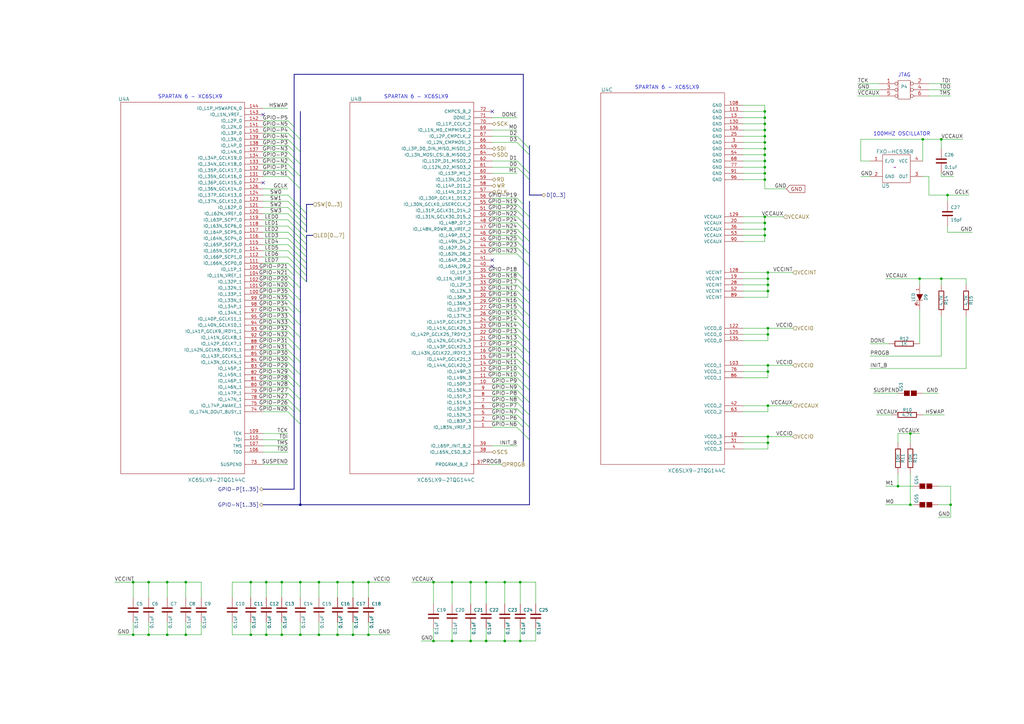
<source format=kicad_sch>
(kicad_sch (version 20211123) (generator eeschema)
  (paper "A3")
  (title_block (title "MIMAS SPARTAN 6 FPGA MODULE") (date "3 dec 2013") (company "Numato Lab") (comment 1 "http://www.numato.com") (comment 2 "License : CC BY-SA"))
  (junction (at 314.96 116.84))
  (junction (at 314.96 166.37))
  (junction (at 313.69 88.9))
  (junction (at 68.58 238.76))
  (junction (at 144.78 260.35))
  (junction (at 102.87 260.35))
  (junction (at 177.8 262.89))
  (junction (at 76.2 260.35))
  (junction (at 314.96 137.16))
  (junction (at 60.96 260.35))
  (junction (at 144.78 238.76))
  (junction (at 151.13 238.76))
  (junction (at 378.46 57.15))
  (junction (at 313.69 66.04))
  (junction (at 313.69 45.72))
  (junction (at 54.61 260.35))
  (junction (at 185.42 238.76))
  (junction (at 314.96 111.76))
  (junction (at 123.19 260.35))
  (junction (at 313.69 60.96))
  (junction (at 313.69 93.98))
  (junction (at 313.69 50.8))
  (junction (at 314.96 134.62))
  (junction (at 60.96 238.76))
  (junction (at 123.19 207.01))
  (junction (at 373.38 177.8))
  (junction (at 193.04 238.76))
  (junction (at 313.69 55.88))
  (junction (at 314.96 152.4))
  (junction (at 151.13 260.35))
  (junction (at 54.61 238.76))
  (junction (at 102.87 238.76))
  (junction (at 213.36 262.89))
  (junction (at 115.57 238.76))
  (junction (at 314.96 119.38))
  (junction (at 313.69 63.5))
  (junction (at 109.22 260.35))
  (junction (at 207.01 238.76))
  (junction (at 185.42 262.89))
  (junction (at 314.96 114.3))
  (junction (at 313.69 68.58))
  (junction (at 388.62 80.01))
  (junction (at 313.69 71.12))
  (junction (at 76.2 238.76))
  (junction (at 199.39 262.89))
  (junction (at 313.69 53.34))
  (junction (at 313.69 58.42))
  (junction (at 138.43 238.76))
  (junction (at 313.69 91.44))
  (junction (at 377.19 114.3))
  (junction (at 386.08 114.3))
  (junction (at 213.36 238.76))
  (junction (at 130.81 260.35))
  (junction (at 386.08 57.15))
  (junction (at 138.43 260.35))
  (junction (at 314.96 179.07))
  (junction (at 68.58 260.35))
  (junction (at 373.38 207.01))
  (junction (at 177.8 238.76))
  (junction (at 199.39 238.76))
  (junction (at 207.01 262.89))
  (junction (at 389.89 207.01))
  (junction (at 313.69 73.66))
  (junction (at 313.69 96.52))
  (junction (at 313.69 48.26))
  (junction (at 115.57 260.35))
  (junction (at 314.96 181.61))
  (junction (at 193.04 262.89))
  (junction (at 130.81 238.76))
  (junction (at 109.22 238.76))
  (junction (at 368.3 199.39))
  (junction (at 314.96 149.86))
  (junction (at 123.19 238.76))
  (no_connect (at 201.93 106.68))
  (no_connect (at 201.93 45.72))
  (no_connect (at 107.95 46.99))
  (no_connect (at 107.95 74.93))
  (no_connect (at 201.93 109.22))
  (bus_entry (at 214.63 137.16) (size 2.54 2.54))
  (bus_entry (at 214.63 132.08) (size 2.54 2.54))
  (bus_entry (at 118.11 123.19) (size 2.54 2.54))
  (bus_entry (at 214.63 167.64) (size 2.54 2.54))
  (bus_entry (at 118.11 100.33) (size 2.54 2.54))
  (bus_entry (at 120.65 90.17) (size 2.54 2.54))
  (bus_entry (at 212.09 81.28) (size 2.54 2.54))
  (bus_entry (at 214.63 121.92) (size 2.54 2.54))
  (bus_entry (at 120.65 110.49) (size 2.54 2.54))
  (bus_entry (at 118.11 120.65) (size 2.54 2.54))
  (bus_entry (at 118.11 140.97) (size 2.54 2.54))
  (bus_entry (at 120.65 140.97) (size 2.54 2.54))
  (bus_entry (at 212.09 93.98) (size 2.54 2.54))
  (bus_entry (at 118.11 49.53) (size 2.54 2.54))
  (bus_entry (at 120.65 130.81) (size 2.54 2.54))
  (bus_entry (at 120.65 69.85) (size 2.54 2.54))
  (bus_entry (at 120.65 151.13) (size 2.54 2.54))
  (bus_entry (at 123.19 110.49) (size 2.54 2.54))
  (bus_entry (at 212.09 165.1) (size 2.54 2.54))
  (bus_entry (at 212.09 147.32) (size 2.54 2.54))
  (bus_entry (at 118.11 115.57) (size 2.54 2.54))
  (bus_entry (at 212.09 124.46) (size 2.54 2.54))
  (bus_entry (at 118.11 92.71) (size 2.54 2.54))
  (bus_entry (at 212.09 170.18) (size 2.54 2.54))
  (bus_entry (at 123.19 97.79) (size 2.54 2.54))
  (bus_entry (at 118.11 67.31) (size 2.54 2.54))
  (bus_entry (at 214.63 142.24) (size 2.54 2.54))
  (bus_entry (at 120.65 171.45) (size 2.54 2.54))
  (bus_entry (at 212.09 129.54) (size 2.54 2.54))
  (bus_entry (at 120.65 59.69) (size 2.54 2.54))
  (bus_entry (at 118.11 148.59) (size 2.54 2.54))
  (bus_entry (at 123.19 113.03) (size 2.54 2.54))
  (bus_entry (at 212.09 152.4) (size 2.54 2.54))
  (bus_entry (at 212.09 114.3) (size 2.54 2.54))
  (bus_entry (at 123.19 95.25) (size 2.54 2.54))
  (bus_entry (at 118.11 82.55) (size 2.54 2.54))
  (bus_entry (at 120.65 102.87) (size 2.54 2.54))
  (bus_entry (at 118.11 57.15) (size 2.54 2.54))
  (bus_entry (at 214.63 106.68) (size 2.54 2.54))
  (bus_entry (at 118.11 54.61) (size 2.54 2.54))
  (bus_entry (at 212.09 127) (size 2.54 2.54))
  (bus_entry (at 120.65 135.89) (size 2.54 2.54))
  (bus_entry (at 118.11 151.13) (size 2.54 2.54))
  (bus_entry (at 118.11 143.51) (size 2.54 2.54))
  (bus_entry (at 118.11 87.63) (size 2.54 2.54))
  (bus_entry (at 120.65 92.71) (size 2.54 2.54))
  (bus_entry (at 212.09 101.6) (size 2.54 2.54))
  (bus_entry (at 120.65 120.65) (size 2.54 2.54))
  (bus_entry (at 118.11 113.03) (size 2.54 2.54))
  (bus_entry (at 118.11 153.67) (size 2.54 2.54))
  (bus_entry (at 214.63 101.6) (size 2.54 2.54))
  (bus_entry (at 118.11 146.05) (size 2.54 2.54))
  (bus_entry (at 118.11 95.25) (size 2.54 2.54))
  (bus_entry (at 118.11 85.09) (size 2.54 2.54))
  (bus_entry (at 212.09 160.02) (size 2.54 2.54))
  (bus_entry (at 212.09 175.26) (size 2.54 2.54))
  (bus_entry (at 118.11 168.91) (size 2.54 2.54))
  (bus_entry (at 118.11 135.89) (size 2.54 2.54))
  (bus_entry (at 212.09 157.48) (size 2.54 2.54))
  (bus_entry (at 212.09 162.56) (size 2.54 2.54))
  (bus_entry (at 118.11 102.87) (size 2.54 2.54))
  (bus_entry (at 123.19 87.63) (size 2.54 2.54))
  (bus_entry (at 118.11 97.79) (size 2.54 2.54))
  (bus_entry (at 214.63 162.56) (size 2.54 2.54))
  (bus_entry (at 118.11 64.77) (size 2.54 2.54))
  (bus_entry (at 120.65 64.77) (size 2.54 2.54))
  (bus_entry (at 214.63 157.48) (size 2.54 2.54))
  (bus_entry (at 118.11 69.85) (size 2.54 2.54))
  (bus_entry (at 214.63 152.4) (size 2.54 2.54))
  (bus_entry (at 212.09 134.62) (size 2.54 2.54))
  (bus_entry (at 214.63 96.52) (size 2.54 2.54))
  (bus_entry (at 118.11 138.43) (size 2.54 2.54))
  (bus_entry (at 123.19 105.41) (size 2.54 2.54))
  (bus_entry (at 214.63 68.58) (size 2.54 2.54))
  (bus_entry (at 120.65 95.25) (size 2.54 2.54))
  (bus_entry (at 212.09 55.88) (size 2.54 2.54))
  (bus_entry (at 120.65 87.63) (size 2.54 2.54))
  (bus_entry (at 212.09 154.94) (size 2.54 2.54))
  (bus_entry (at 120.65 105.41) (size 2.54 2.54))
  (bus_entry (at 120.65 97.79) (size 2.54 2.54))
  (bus_entry (at 214.63 86.36) (size 2.54 2.54))
  (bus_entry (at 212.09 111.76) (size 2.54 2.54))
  (bus_entry (at 120.65 107.95) (size 2.54 2.54))
  (bus_entry (at 214.63 71.12) (size 2.54 2.54))
  (bus_entry (at 120.65 156.21) (size 2.54 2.54))
  (bus_entry (at 214.63 91.44) (size 2.54 2.54))
  (bus_entry (at 214.63 172.72) (size 2.54 2.54))
  (bus_entry (at 214.63 147.32) (size 2.54 2.54))
  (bus_entry (at 214.63 60.96) (size 2.54 2.54))
  (bus_entry (at 212.09 119.38) (size 2.54 2.54))
  (bus_entry (at 120.65 161.29) (size 2.54 2.54))
  (bus_entry (at 118.11 90.17) (size 2.54 2.54))
  (bus_entry (at 123.19 92.71) (size 2.54 2.54))
  (bus_entry (at 118.11 163.83) (size 2.54 2.54))
  (bus_entry (at 118.11 158.75) (size 2.54 2.54))
  (bus_entry (at 118.11 128.27) (size 2.54 2.54))
  (bus_entry (at 212.09 132.08) (size 2.54 2.54))
  (bus_entry (at 120.65 85.09) (size 2.54 2.54))
  (bus_entry (at 212.09 83.82) (size 2.54 2.54))
  (bus_entry (at 212.09 96.52) (size 2.54 2.54))
  (bus_entry (at 212.09 121.92) (size 2.54 2.54))
  (bus_entry (at 212.09 116.84) (size 2.54 2.54))
  (bus_entry (at 212.09 167.64) (size 2.54 2.54))
  (bus_entry (at 214.63 58.42) (size 2.54 2.54))
  (bus_entry (at 120.65 146.05) (size 2.54 2.54))
  (bus_entry (at 212.09 66.04) (size 2.54 2.54))
  (bus_entry (at 118.11 72.39) (size 2.54 2.54))
  (bus_entry (at 120.65 54.61) (size 2.54 2.54))
  (bus_entry (at 120.65 115.57) (size 2.54 2.54))
  (bus_entry (at 120.65 82.55) (size 2.54 2.54))
  (bus_entry (at 118.11 130.81) (size 2.54 2.54))
  (bus_entry (at 118.11 59.69) (size 2.54 2.54))
  (bus_entry (at 212.09 68.58) (size 2.54 2.54))
  (bus_entry (at 212.09 172.72) (size 2.54 2.54))
  (bus_entry (at 118.11 118.11) (size 2.54 2.54))
  (bus_entry (at 118.11 62.23) (size 2.54 2.54))
  (bus_entry (at 214.63 116.84) (size 2.54 2.54))
  (bus_entry (at 212.09 142.24) (size 2.54 2.54))
  (bus_entry (at 212.09 99.06) (size 2.54 2.54))
  (bus_entry (at 212.09 88.9) (size 2.54 2.54))
  (bus_entry (at 212.09 137.16) (size 2.54 2.54))
  (bus_entry (at 123.19 107.95) (size 2.54 2.54))
  (bus_entry (at 118.11 105.41) (size 2.54 2.54))
  (bus_entry (at 212.09 144.78) (size 2.54 2.54))
  (bus_entry (at 212.09 91.44) (size 2.54 2.54))
  (bus_entry (at 120.65 125.73) (size 2.54 2.54))
  (bus_entry (at 118.11 110.49) (size 2.54 2.54))
  (bus_entry (at 118.11 125.73) (size 2.54 2.54))
  (bus_entry (at 214.63 177.8) (size 2.54 2.54))
  (bus_entry (at 120.65 166.37) (size 2.54 2.54))
  (bus_entry (at 123.19 90.17) (size 2.54 2.54))
  (bus_entry (at 118.11 107.95) (size 2.54 2.54))
  (bus_entry (at 212.09 86.36) (size 2.54 2.54))
  (bus_entry (at 118.11 156.21) (size 2.54 2.54))
  (bus_entry (at 118.11 52.07) (size 2.54 2.54))
  (bus_entry (at 123.19 100.33) (size 2.54 2.54))
  (bus_entry (at 118.11 80.01) (size 2.54 2.54))
  (bus_entry (at 212.09 149.86) (size 2.54 2.54))
  (bus_entry (at 118.11 166.37) (size 2.54 2.54))
  (bus_entry (at 118.11 161.29) (size 2.54 2.54))
  (bus_entry (at 120.65 100.33) (size 2.54 2.54))
  (bus_entry (at 120.65 74.93) (size 2.54 2.54))
  (bus_entry (at 212.09 104.14) (size 2.54 2.54))
  (bus_entry (at 123.19 85.09) (size 2.54 2.54))
  (bus_entry (at 123.19 102.87) (size 2.54 2.54))
  (bus_entry (at 214.63 127) (size 2.54 2.54))
  (bus_entry (at 212.09 139.7) (size 2.54 2.54))
  (bus_entry (at 212.09 58.42) (size 2.54 2.54))
  (bus_entry (at 118.11 133.35) (size 2.54 2.54))
  (bus (pts (xy 120.65 54.61) (xy 120.65 52.07)))
  (bus (pts (xy 120.65 97.79) (xy 120.65 95.25)))
  (wire (pts (xy 304.8 114.3) (xy 314.96 114.3)))
  (wire (pts (xy 386.08 72.39) (xy 391.16 72.39)))
  (bus (pts (xy 120.65 85.09) (xy 120.65 82.55)))
  (wire (pts (xy 107.95 177.8) (xy 118.11 177.8)))
  (wire (pts (xy 123.19 238.76) (xy 130.81 238.76)))
  (wire (pts (xy 54.61 245.11) (xy 54.61 238.76)))
  (wire (pts (xy 107.95 95.25) (xy 118.11 95.25)))
  (wire (pts (xy 199.39 238.76) (xy 207.01 238.76)))
  (wire (pts (xy 138.43 260.35) (xy 144.78 260.35)))
  (bus (pts (xy 214.63 162.56) (xy 214.63 165.1)))
  (bus (pts (xy 123.19 87.63) (xy 123.19 85.09)))
  (wire (pts (xy 313.69 93.98) (xy 313.69 96.52)))
  (wire (pts (xy 313.69 45.72) (xy 313.69 48.26)))
  (wire (pts (xy 201.93 114.3) (xy 212.09 114.3)))
  (wire (pts (xy 107.95 115.57) (xy 118.11 115.57)))
  (wire (pts (xy 313.69 55.88) (xy 313.69 58.42)))
  (bus (pts (xy 120.65 138.43) (xy 120.65 135.89)))
  (wire (pts (xy 107.95 123.19) (xy 118.11 123.19)))
  (bus (pts (xy 214.63 177.8) (xy 214.63 189.23)))
  (wire (pts (xy 54.61 260.35) (xy 60.96 260.35)))
  (wire (pts (xy 201.93 116.84) (xy 212.09 116.84)))
  (bus (pts (xy 123.19 123.19) (xy 123.19 118.11)))
  (wire (pts (xy 60.96 245.11) (xy 60.96 238.76)))
  (wire (pts (xy 201.93 149.86) (xy 212.09 149.86)))
  (wire (pts (xy 313.69 96.52) (xy 313.69 99.06)))
  (wire (pts (xy 304.8 48.26) (xy 313.69 48.26)))
  (wire (pts (xy 107.95 148.59) (xy 118.11 148.59)))
  (wire (pts (xy 304.8 96.52) (xy 313.69 96.52)))
  (wire (pts (xy 107.95 82.55) (xy 118.11 82.55)))
  (wire (pts (xy 381 39.37) (xy 389.89 39.37)))
  (wire (pts (xy 384.81 207.01) (xy 389.89 207.01)))
  (wire (pts (xy 201.93 157.48) (xy 212.09 157.48)))
  (wire (pts (xy 201.93 127) (xy 212.09 127)))
  (bus (pts (xy 125.73 113.03) (xy 125.73 110.49)))
  (wire (pts (xy 313.69 91.44) (xy 313.69 93.98)))
  (wire (pts (xy 185.42 238.76) (xy 193.04 238.76)))
  (wire (pts (xy 130.81 255.27) (xy 130.81 260.35)))
  (bus (pts (xy 123.19 168.91) (xy 123.19 163.83)))
  (wire (pts (xy 389.89 207.01) (xy 389.89 212.09)))
  (wire (pts (xy 107.95 64.77) (xy 118.11 64.77)))
  (wire (pts (xy 115.57 255.27) (xy 115.57 260.35)))
  (wire (pts (xy 107.95 161.29) (xy 118.11 161.29)))
  (wire (pts (xy 388.62 80.01) (xy 397.51 80.01)))
  (wire (pts (xy 107.95 166.37) (xy 118.11 166.37)))
  (wire (pts (xy 76.2 245.11) (xy 76.2 238.76)))
  (wire (pts (xy 368.3 199.39) (xy 368.3 194.31)))
  (wire (pts (xy 107.95 80.01) (xy 118.11 80.01)))
  (wire (pts (xy 102.87 260.35) (xy 109.22 260.35)))
  (wire (pts (xy 313.69 63.5) (xy 313.69 66.04)))
  (bus (pts (xy 107.95 200.66) (xy 120.65 200.66)))
  (wire (pts (xy 314.96 121.92) (xy 314.96 119.38)))
  (wire (pts (xy 68.58 255.27) (xy 68.58 260.35)))
  (bus (pts (xy 123.19 62.23) (xy 123.19 57.15)))
  (wire (pts (xy 107.95 156.21) (xy 118.11 156.21)))
  (wire (pts (xy 115.57 260.35) (xy 123.19 260.35)))
  (bus (pts (xy 120.65 92.71) (xy 120.65 90.17)))
  (wire (pts (xy 107.95 97.79) (xy 118.11 97.79)))
  (wire (pts (xy 201.93 137.16) (xy 212.09 137.16)))
  (wire (pts (xy 107.95 59.69) (xy 118.11 59.69)))
  (wire (pts (xy 107.95 143.51) (xy 118.11 143.51)))
  (wire (pts (xy 151.13 255.27) (xy 151.13 260.35)))
  (wire (pts (xy 193.04 247.65) (xy 193.04 238.76)))
  (bus (pts (xy 217.17 154.94) (xy 217.17 149.86)))
  (wire (pts (xy 207.01 247.65) (xy 207.01 238.76)))
  (bus (pts (xy 120.65 102.87) (xy 120.65 100.33)))
  (wire (pts (xy 304.8 93.98) (xy 313.69 93.98)))
  (bus (pts (xy 214.63 127) (xy 214.63 129.54)))
  (wire (pts (xy 107.95 44.45) (xy 118.11 44.45)))
  (bus (pts (xy 125.73 105.41) (xy 125.73 102.87)))
  (wire (pts (xy 304.8 50.8) (xy 313.69 50.8)))
  (wire (pts (xy 109.22 245.11) (xy 109.22 238.76)))
  (wire (pts (xy 68.58 260.35) (xy 76.2 260.35)))
  (bus (pts (xy 123.19 77.47) (xy 123.19 72.39)))
  (wire (pts (xy 201.93 111.76) (xy 212.09 111.76)))
  (wire (pts (xy 185.42 262.89) (xy 193.04 262.89)))
  (bus (pts (xy 120.65 158.75) (xy 120.65 156.21)))
  (wire (pts (xy 365.76 170.18) (xy 359.41 170.18)))
  (wire (pts (xy 313.69 99.06) (xy 304.8 99.06)))
  (wire (pts (xy 388.62 82.55) (xy 388.62 80.01)))
  (bus (pts (xy 120.65 59.69) (xy 120.65 57.15)))
  (wire (pts (xy 368.3 199.39) (xy 363.22 199.39)))
  (bus (pts (xy 214.63 139.7) (xy 214.63 142.24)))
  (bus (pts (xy 214.63 101.6) (xy 214.63 104.14)))
  (bus (pts (xy 123.19 110.49) (xy 123.19 107.95)))
  (bus (pts (xy 120.65 166.37) (xy 120.65 163.83)))
  (bus (pts (xy 123.19 148.59) (xy 123.19 143.51)))
  (wire (pts (xy 201.93 55.88) (xy 212.09 55.88)))
  (wire (pts (xy 381 34.29) (xy 389.89 34.29)))
  (wire (pts (xy 207.01 238.76) (xy 213.36 238.76)))
  (wire (pts (xy 314.96 166.37) (xy 325.12 166.37)))
  (bus (pts (xy 214.63 88.9) (xy 214.63 91.44)))
  (bus (pts (xy 120.65 148.59) (xy 120.65 146.05)))
  (wire (pts (xy 368.3 161.29) (xy 358.14 161.29)))
  (wire (pts (xy 364.49 140.97) (xy 356.87 140.97)))
  (wire (pts (xy 138.43 255.27) (xy 138.43 260.35)))
  (bus (pts (xy 217.17 180.34) (xy 217.17 175.26)))
  (wire (pts (xy 201.93 165.1) (xy 212.09 165.1)))
  (wire (pts (xy 68.58 245.11) (xy 68.58 238.76)))
  (wire (pts (xy 396.24 151.13) (xy 356.87 151.13)))
  (wire (pts (xy 389.89 199.39) (xy 389.89 207.01)))
  (wire (pts (xy 54.61 238.76) (xy 46.99 238.76)))
  (wire (pts (xy 304.8 68.58) (xy 313.69 68.58)))
  (wire (pts (xy 201.93 119.38) (xy 212.09 119.38)))
  (wire (pts (xy 199.39 257.81) (xy 199.39 262.89)))
  (bus (pts (xy 123.19 138.43) (xy 123.19 133.35)))
  (bus (pts (xy 217.17 165.1) (xy 217.17 160.02)))
  (bus (pts (xy 120.65 146.05) (xy 120.65 143.51)))
  (wire (pts (xy 107.95 163.83) (xy 118.11 163.83)))
  (bus (pts (xy 125.73 102.87) (xy 125.73 100.33)))
  (wire (pts (xy 378.46 72.39) (xy 381 72.39)))
  (wire (pts (xy 76.2 255.27) (xy 76.2 260.35)))
  (bus (pts (xy 123.19 67.31) (xy 123.19 62.23)))
  (bus (pts (xy 120.65 57.15) (xy 120.65 54.61)))
  (bus (pts (xy 120.65 105.41) (xy 120.65 102.87)))
  (wire (pts (xy 107.95 146.05) (xy 118.11 146.05)))
  (bus (pts (xy 217.17 71.12) (xy 217.17 73.66)))
  (wire (pts (xy 219.71 262.89) (xy 219.71 257.81)))
  (wire (pts (xy 213.36 257.81) (xy 213.36 262.89)))
  (wire (pts (xy 313.69 50.8) (xy 313.69 53.34)))
  (wire (pts (xy 107.95 87.63) (xy 118.11 87.63)))
  (bus (pts (xy 214.63 68.58) (xy 214.63 71.12)))
  (wire (pts (xy 304.8 121.92) (xy 314.96 121.92)))
  (wire (pts (xy 201.93 66.04) (xy 212.09 66.04)))
  (wire (pts (xy 201.93 170.18) (xy 212.09 170.18)))
  (wire (pts (xy 201.93 88.9) (xy 212.09 88.9)))
  (wire (pts (xy 201.93 121.92) (xy 212.09 121.92)))
  (bus (pts (xy 120.65 171.45) (xy 120.65 168.91)))
  (bus (pts (xy 217.17 104.14) (xy 217.17 99.06)))
  (bus (pts (xy 214.63 114.3) (xy 214.63 116.84)))
  (wire (pts (xy 368.3 177.8) (xy 373.38 177.8)))
  (wire (pts (xy 95.25 245.11) (xy 95.25 238.76)))
  (bus (pts (xy 214.63 170.18) (xy 214.63 172.72)))
  (wire (pts (xy 314.96 179.07) (xy 314.96 181.61)))
  (wire (pts (xy 304.8 119.38) (xy 314.96 119.38)))
  (bus (pts (xy 107.95 207.01) (xy 123.19 207.01)))
  (bus (pts (xy 123.19 128.27) (xy 123.19 123.19)))
  (wire (pts (xy 107.95 49.53) (xy 118.11 49.53)))
  (bus (pts (xy 123.19 153.67) (xy 123.19 148.59)))
  (wire (pts (xy 213.36 238.76) (xy 219.71 238.76)))
  (wire (pts (xy 201.93 53.34) (xy 212.09 53.34)))
  (wire (pts (xy 107.95 128.27) (xy 118.11 128.27)))
  (wire (pts (xy 115.57 238.76) (xy 123.19 238.76)))
  (wire (pts (xy 107.95 120.65) (xy 118.11 120.65)))
  (wire (pts (xy 396.24 129.54) (xy 396.24 151.13)))
  (bus (pts (xy 120.65 67.31) (xy 120.65 64.77)))
  (wire (pts (xy 107.95 125.73) (xy 118.11 125.73)))
  (wire (pts (xy 304.8 111.76) (xy 314.96 111.76)))
  (wire (pts (xy 123.19 260.35) (xy 130.81 260.35)))
  (bus (pts (xy 123.19 57.15) (xy 123.19 45.72)))
  (bus (pts (xy 214.63 149.86) (xy 214.63 152.4)))
  (wire (pts (xy 102.87 238.76) (xy 109.22 238.76)))
  (bus (pts (xy 123.19 95.25) (xy 123.19 92.71)))
  (wire (pts (xy 314.96 184.15) (xy 304.8 184.15)))
  (wire (pts (xy 313.69 88.9) (xy 321.31 88.9)))
  (bus (pts (xy 214.63 129.54) (xy 214.63 132.08)))
  (wire (pts (xy 151.13 238.76) (xy 160.02 238.76)))
  (wire (pts (xy 353.06 66.04) (xy 353.06 57.15)))
  (wire (pts (xy 76.2 260.35) (xy 82.55 260.35)))
  (wire (pts (xy 107.95 100.33) (xy 118.11 100.33)))
  (wire (pts (xy 314.96 179.07) (xy 325.12 179.07)))
  (bus (pts (xy 125.73 83.82) (xy 128.27 83.82)))
  (wire (pts (xy 199.39 262.89) (xy 207.01 262.89)))
  (bus (pts (xy 120.65 156.21) (xy 120.65 153.67)))
  (bus (pts (xy 125.73 92.71) (xy 125.73 90.17)))
  (bus (pts (xy 123.19 85.09) (xy 123.19 77.47)))
  (wire (pts (xy 201.93 68.58) (xy 212.09 68.58)))
  (wire (pts (xy 168.91 238.76) (xy 177.8 238.76)))
  (bus (pts (xy 214.63 106.68) (xy 214.63 114.3)))
  (wire (pts (xy 82.55 260.35) (xy 82.55 255.27)))
  (wire (pts (xy 107.95 105.41) (xy 118.11 105.41)))
  (wire (pts (xy 304.8 71.12) (xy 313.69 71.12)))
  (bus (pts (xy 123.19 105.41) (xy 123.19 102.87)))
  (bus (pts (xy 123.19 107.95) (xy 123.19 105.41)))
  (bus (pts (xy 120.65 30.48) (xy 214.63 30.48)))
  (bus (pts (xy 217.17 134.62) (xy 217.17 129.54)))
  (wire (pts (xy 107.95 67.31) (xy 118.11 67.31)))
  (wire (pts (xy 314.96 168.91) (xy 314.96 166.37)))
  (bus (pts (xy 123.19 158.75) (xy 123.19 153.67)))
  (wire (pts (xy 396.24 114.3) (xy 396.24 116.84)))
  (wire (pts (xy 107.95 130.81) (xy 118.11 130.81)))
  (wire (pts (xy 107.95 72.39) (xy 118.11 72.39)))
  (wire (pts (xy 201.93 152.4) (xy 212.09 152.4)))
  (wire (pts (xy 201.93 86.36) (xy 212.09 86.36)))
  (bus (pts (xy 217.17 119.38) (xy 217.17 109.22)))
  (wire (pts (xy 201.93 139.7) (xy 212.09 139.7)))
  (wire (pts (xy 107.95 135.89) (xy 118.11 135.89)))
  (bus (pts (xy 214.63 71.12) (xy 214.63 83.82)))
  (wire (pts (xy 193.04 238.76) (xy 199.39 238.76)))
  (wire (pts (xy 199.39 247.65) (xy 199.39 238.76)))
  (bus (pts (xy 217.17 59.69) (xy 217.17 60.96)))
  (bus (pts (xy 120.65 72.39) (xy 120.65 69.85)))
  (wire (pts (xy 109.22 260.35) (xy 115.57 260.35)))
  (wire (pts (xy 95.25 238.76) (xy 102.87 238.76)))
  (wire (pts (xy 107.95 77.47) (xy 118.11 77.47)))
  (wire (pts (xy 172.72 262.89) (xy 177.8 262.89)))
  (wire (pts (xy 313.69 88.9) (xy 313.69 91.44)))
  (wire (pts (xy 351.79 39.37) (xy 360.68 39.37)))
  (wire (pts (xy 351.79 36.83) (xy 360.68 36.83)))
  (wire (pts (xy 76.2 238.76) (xy 68.58 238.76)))
  (wire (pts (xy 107.95 113.03) (xy 118.11 113.03)))
  (bus (pts (xy 120.65 125.73) (xy 120.65 123.19)))
  (wire (pts (xy 201.93 162.56) (xy 212.09 162.56)))
  (wire (pts (xy 130.81 238.76) (xy 138.43 238.76)))
  (wire (pts (xy 107.95 92.71) (xy 118.11 92.71)))
  (wire (pts (xy 95.25 260.35) (xy 102.87 260.35)))
  (bus (pts (xy 217.17 88.9) (xy 217.17 82.55)))
  (bus (pts (xy 123.19 118.11) (xy 123.19 113.03)))
  (wire (pts (xy 123.19 255.27) (xy 123.19 260.35)))
  (wire (pts (xy 60.96 260.35) (xy 60.96 255.27)))
  (bus (pts (xy 214.63 154.94) (xy 214.63 157.48)))
  (bus (pts (xy 120.65 135.89) (xy 120.65 133.35)))
  (bus (pts (xy 217.17 60.96) (xy 217.17 63.5)))
  (wire (pts (xy 201.93 147.32) (xy 212.09 147.32)))
  (wire (pts (xy 313.69 53.34) (xy 313.69 55.88)))
  (wire (pts (xy 386.08 57.15) (xy 386.08 60.96)))
  (wire (pts (xy 185.42 257.81) (xy 185.42 262.89)))
  (bus (pts (xy 214.63 144.78) (xy 214.63 147.32)))
  (wire (pts (xy 389.89 212.09) (xy 384.81 212.09)))
  (wire (pts (xy 314.96 116.84) (xy 314.96 114.3)))
  (wire (pts (xy 102.87 255.27) (xy 102.87 260.35)))
  (bus (pts (xy 214.63 132.08) (xy 214.63 134.62)))
  (wire (pts (xy 201.93 172.72) (xy 212.09 172.72)))
  (wire (pts (xy 313.69 48.26) (xy 313.69 50.8)))
  (wire (pts (xy 314.96 154.94) (xy 304.8 154.94)))
  (bus (pts (xy 123.19 102.87) (xy 123.19 100.33)))
  (bus (pts (xy 123.19 113.03) (xy 123.19 110.49)))
  (wire (pts (xy 374.65 199.39) (xy 368.3 199.39)))
  (wire (pts (xy 144.78 255.27) (xy 144.78 260.35)))
  (bus (pts (xy 120.65 143.51) (xy 120.65 140.97)))
  (wire (pts (xy 102.87 245.11) (xy 102.87 238.76)))
  (wire (pts (xy 144.78 245.11) (xy 144.78 238.76)))
  (bus (pts (xy 120.65 95.25) (xy 120.65 92.71)))
  (wire (pts (xy 353.06 57.15) (xy 378.46 57.15)))
  (bus (pts (xy 120.65 128.27) (xy 120.65 125.73)))
  (wire (pts (xy 304.8 88.9) (xy 313.69 88.9)))
  (wire (pts (xy 304.8 179.07) (xy 314.96 179.07)))
  (wire (pts (xy 304.8 137.16) (xy 314.96 137.16)))
  (wire (pts (xy 201.93 93.98) (xy 212.09 93.98)))
  (wire (pts (xy 314.96 114.3) (xy 314.96 111.76)))
  (wire (pts (xy 388.62 95.25) (xy 398.78 95.25)))
  (wire (pts (xy 201.93 71.12) (xy 212.09 71.12)))
  (bus (pts (xy 214.63 30.48) (xy 214.63 58.42)))
  (bus (pts (xy 214.63 157.48) (xy 214.63 160.02)))
  (wire (pts (xy 386.08 114.3) (xy 386.08 116.84)))
  (bus (pts (xy 125.73 87.63) (xy 125.73 83.82)))
  (wire (pts (xy 48.26 260.35) (xy 54.61 260.35)))
  (wire (pts (xy 201.93 83.82) (xy 212.09 83.82)))
  (wire (pts (xy 314.96 139.7) (xy 314.96 137.16)))
  (bus (pts (xy 214.63 160.02) (xy 214.63 162.56)))
  (wire (pts (xy 378.46 57.15) (xy 386.08 57.15)))
  (wire (pts (xy 201.93 104.14) (xy 212.09 104.14)))
  (bus (pts (xy 120.65 123.19) (xy 120.65 120.65)))
  (wire (pts (xy 304.8 73.66) (xy 313.69 73.66)))
  (wire (pts (xy 201.93 58.42) (xy 212.09 58.42)))
  (bus (pts (xy 217.17 175.26) (xy 217.17 170.18)))
  (bus (pts (xy 214.63 121.92) (xy 214.63 124.46)))
  (wire (pts (xy 313.69 66.04) (xy 313.69 68.58)))
  (bus (pts (xy 214.63 147.32) (xy 214.63 149.86)))
  (wire (pts (xy 304.8 116.84) (xy 314.96 116.84)))
  (bus (pts (xy 120.65 64.77) (xy 120.65 62.23)))
  (wire (pts (xy 356.87 66.04) (xy 353.06 66.04)))
  (bus (pts (xy 120.65 118.11) (xy 120.65 115.57)))
  (wire (pts (xy 82.55 245.11) (xy 82.55 238.76)))
  (bus (pts (xy 217.17 73.66) (xy 217.17 80.01)))
  (wire (pts (xy 356.87 72.39) (xy 353.06 72.39)))
  (bus (pts (xy 120.65 62.23) (xy 120.65 59.69)))
  (wire (pts (xy 201.93 48.26) (xy 212.09 48.26)))
  (wire (pts (xy 107.95 69.85) (xy 118.11 69.85)))
  (wire (pts (xy 314.96 137.16) (xy 314.96 134.62)))
  (wire (pts (xy 107.95 110.49) (xy 118.11 110.49)))
  (wire (pts (xy 373.38 207.01) (xy 363.22 207.01)))
  (bus (pts (xy 120.65 120.65) (xy 120.65 118.11)))
  (bus (pts (xy 214.63 119.38) (xy 214.63 121.92)))
  (wire (pts (xy 381 80.01) (xy 388.62 80.01)))
  (bus (pts (xy 120.65 110.49) (xy 120.65 107.95)))
  (bus (pts (xy 125.73 96.52) (xy 128.27 96.52)))
  (wire (pts (xy 201.93 129.54) (xy 212.09 129.54)))
  (wire (pts (xy 384.81 199.39) (xy 389.89 199.39)))
  (bus (pts (xy 120.65 130.81) (xy 120.65 128.27)))
  (bus (pts (xy 217.17 207.01) (xy 217.17 180.34)))
  (wire (pts (xy 304.8 139.7) (xy 314.96 139.7)))
  (wire (pts (xy 201.93 96.52) (xy 212.09 96.52)))
  (bus (pts (xy 125.73 100.33) (xy 125.73 97.79)))
  (wire (pts (xy 377.19 114.3) (xy 386.08 114.3)))
  (wire (pts (xy 304.8 166.37) (xy 314.96 166.37)))
  (wire (pts (xy 314.96 119.38) (xy 314.96 116.84)))
  (wire (pts (xy 386.08 129.54) (xy 386.08 146.05)))
  (wire (pts (xy 60.96 260.35) (xy 68.58 260.35)))
  (wire (pts (xy 368.3 181.61) (xy 368.3 177.8)))
  (bus (pts (xy 214.63 167.64) (xy 214.63 170.18)))
  (wire (pts (xy 115.57 245.11) (xy 115.57 238.76)))
  (wire (pts (xy 304.8 63.5) (xy 313.69 63.5)))
  (wire (pts (xy 201.93 160.02) (xy 212.09 160.02)))
  (bus (pts (xy 217.17 93.98) (xy 217.17 88.9)))
  (bus (pts (xy 214.63 152.4) (xy 214.63 154.94)))
  (wire (pts (xy 177.8 238.76) (xy 185.42 238.76)))
  (wire (pts (xy 107.95 54.61) (xy 118.11 54.61)))
  (wire (pts (xy 107.95 133.35) (xy 118.11 133.35)))
  (wire (pts (xy 381 36.83) (xy 389.89 36.83)))
  (bus (pts (xy 214.63 175.26) (xy 214.63 177.8)))
  (bus (pts (xy 120.65 168.91) (xy 120.65 166.37)))
  (wire (pts (xy 304.8 134.62) (xy 314.96 134.62)))
  (wire (pts (xy 130.81 245.11) (xy 130.81 238.76)))
  (bus (pts (xy 214.63 60.96) (xy 214.63 68.58)))
  (wire (pts (xy 313.69 68.58) (xy 313.69 71.12)))
  (bus (pts (xy 217.17 144.78) (xy 217.17 139.7)))
  (bus (pts (xy 123.19 90.17) (xy 123.19 87.63)))
  (bus (pts (xy 214.63 137.16) (xy 214.63 139.7)))
  (wire (pts (xy 304.8 45.72) (xy 313.69 45.72)))
  (wire (pts (xy 373.38 177.8) (xy 377.19 177.8)))
  (wire (pts (xy 201.93 134.62) (xy 212.09 134.62)))
  (wire (pts (xy 138.43 245.11) (xy 138.43 238.76)))
  (wire (pts (xy 377.19 127) (xy 377.19 140.97)))
  (bus (pts (xy 120.65 133.35) (xy 120.65 130.81)))
  (wire (pts (xy 107.95 182.88) (xy 118.11 182.88)))
  (wire (pts (xy 109.22 238.76) (xy 115.57 238.76)))
  (wire (pts (xy 201.93 81.28) (xy 212.09 81.28)))
  (wire (pts (xy 107.95 52.07) (xy 118.11 52.07)))
  (wire (pts (xy 314.96 111.76) (xy 325.12 111.76)))
  (bus (pts (xy 214.63 134.62) (xy 214.63 137.16)))
  (bus (pts (xy 217.17 63.5) (xy 217.17 71.12)))
  (wire (pts (xy 107.95 190.5) (xy 118.11 190.5)))
  (bus (pts (xy 214.63 124.46) (xy 214.63 127)))
  (bus (pts (xy 214.63 172.72) (xy 214.63 175.26)))
  (bus (pts (xy 123.19 97.79) (xy 123.19 95.25)))
  (wire (pts (xy 314.96 134.62) (xy 325.12 134.62)))
  (bus (pts (xy 123.19 72.39) (xy 123.19 67.31)))
  (wire (pts (xy 107.95 158.75) (xy 118.11 158.75)))
  (wire (pts (xy 144.78 238.76) (xy 151.13 238.76)))
  (bus (pts (xy 120.65 161.29) (xy 120.65 158.75)))
  (wire (pts (xy 373.38 207.01) (xy 373.38 194.31)))
  (bus (pts (xy 217.17 99.06) (xy 217.17 93.98)))
  (bus (pts (xy 123.19 173.99) (xy 123.19 168.91)))
  (wire (pts (xy 313.69 60.96) (xy 313.69 63.5)))
  (wire (pts (xy 304.8 149.86) (xy 314.96 149.86)))
  (wire (pts (xy 107.95 138.43) (xy 118.11 138.43)))
  (wire (pts (xy 388.62 92.71) (xy 388.62 95.25)))
  (wire (pts (xy 107.95 107.95) (xy 118.11 107.95)))
  (bus (pts (xy 120.65 52.07) (xy 120.65 30.48)))
  (bus (pts (xy 120.65 107.95) (xy 120.65 105.41)))
  (wire (pts (xy 205.74 190.5) (xy 200.66 190.5)))
  (bus (pts (xy 120.65 74.93) (xy 120.65 72.39)))
  (wire (pts (xy 313.69 77.47) (xy 322.58 77.47)))
  (wire (pts (xy 107.95 151.13) (xy 118.11 151.13)))
  (wire (pts (xy 130.81 260.35) (xy 138.43 260.35)))
  (bus (pts (xy 123.19 133.35) (xy 123.19 128.27)))
  (wire (pts (xy 378.46 161.29) (xy 384.81 161.29)))
  (wire (pts (xy 314.96 181.61) (xy 314.96 184.15)))
  (wire (pts (xy 377.19 114.3) (xy 377.19 116.84)))
  (wire (pts (xy 201.93 91.44) (xy 212.09 91.44)))
  (wire (pts (xy 107.95 57.15) (xy 118.11 57.15)))
  (wire (pts (xy 304.8 60.96) (xy 313.69 60.96)))
  (wire (pts (xy 313.69 58.42) (xy 313.69 60.96)))
  (wire (pts (xy 313.69 43.18) (xy 313.69 45.72)))
  (bus (pts (xy 125.73 90.17) (xy 125.73 87.63)))
  (wire (pts (xy 201.93 182.88) (xy 212.09 182.88)))
  (bus (pts (xy 123.19 100.33) (xy 123.19 97.79)))
  (bus (pts (xy 125.73 110.49) (xy 125.73 107.95)))
  (wire (pts (xy 54.61 260.35) (xy 54.61 255.27)))
  (wire (pts (xy 60.96 238.76) (xy 54.61 238.76)))
  (bus (pts (xy 214.63 116.84) (xy 214.63 119.38)))
  (wire (pts (xy 313.69 71.12) (xy 313.69 73.66)))
  (wire (pts (xy 95.25 255.27) (xy 95.25 260.35)))
  (wire (pts (xy 304.8 53.34) (xy 313.69 53.34)))
  (wire (pts (xy 381 72.39) (xy 381 80.01)))
  (wire (pts (xy 314.96 152.4) (xy 314.96 154.94)))
  (bus (pts (xy 214.63 91.44) (xy 214.63 93.98)))
  (wire (pts (xy 107.95 180.34) (xy 118.11 180.34)))
  (bus (pts (xy 123.19 207.01) (xy 123.19 173.99)))
  (wire (pts (xy 177.8 262.89) (xy 185.42 262.89)))
  (bus (pts (xy 123.19 92.71) (xy 123.19 90.17)))
  (wire (pts (xy 201.93 144.78) (xy 212.09 144.78)))
  (wire (pts (xy 123.19 245.11) (xy 123.19 238.76)))
  (wire (pts (xy 185.42 247.65) (xy 185.42 238.76)))
  (bus (pts (xy 214.63 83.82) (xy 214.63 86.36)))
  (bus (pts (xy 214.63 86.36) (xy 214.63 88.9)))
  (bus (pts (xy 120.65 200.66) (xy 120.65 171.45)))
  (wire (pts (xy 107.95 140.97) (xy 118.11 140.97)))
  (bus (pts (xy 214.63 142.24) (xy 214.63 144.78)))
  (wire (pts (xy 107.95 118.11) (xy 118.11 118.11)))
  (wire (pts (xy 193.04 257.81) (xy 193.04 262.89)))
  (wire (pts (xy 213.36 262.89) (xy 219.71 262.89)))
  (wire (pts (xy 177.8 257.81) (xy 177.8 262.89)))
  (wire (pts (xy 219.71 238.76) (xy 219.71 247.65)))
  (wire (pts (xy 304.8 55.88) (xy 313.69 55.88)))
  (bus (pts (xy 120.65 140.97) (xy 120.65 138.43)))
  (wire (pts (xy 304.8 66.04) (xy 313.69 66.04)))
  (wire (pts (xy 314.96 149.86) (xy 314.96 152.4)))
  (wire (pts (xy 82.55 238.76) (xy 76.2 238.76)))
  (bus (pts (xy 120.65 151.13) (xy 120.65 148.59)))
  (bus (pts (xy 125.73 97.79) (xy 125.73 96.52)))
  (bus (pts (xy 120.65 82.55) (xy 120.65 74.93)))
  (wire (pts (xy 386.08 57.15) (xy 394.97 57.15)))
  (wire (pts (xy 378.46 66.04) (xy 378.46 57.15)))
  (bus (pts (xy 123.19 143.51) (xy 123.19 138.43)))
  (wire (pts (xy 386.08 114.3) (xy 396.24 114.3)))
  (bus (pts (xy 123.19 163.83) (xy 123.19 158.75)))
  (wire (pts (xy 373.38 181.61) (xy 373.38 177.8)))
  (wire (pts (xy 351.79 34.29) (xy 360.68 34.29)))
  (wire (pts (xy 107.95 185.42) (xy 118.11 185.42)))
  (bus (pts (xy 217.17 129.54) (xy 217.17 124.46)))
  (wire (pts (xy 107.95 102.87) (xy 118.11 102.87)))
  (wire (pts (xy 193.04 262.89) (xy 199.39 262.89)))
  (bus (pts (xy 217.17 124.46) (xy 217.17 119.38)))
  (bus (pts (xy 214.63 96.52) (xy 214.63 99.06)))
  (wire (pts (xy 314.96 149.86) (xy 325.12 149.86)))
  (wire (pts (xy 374.65 207.01) (xy 373.38 207.01)))
  (bus (pts (xy 120.65 87.63) (xy 120.65 85.09)))
  (wire (pts (xy 109.22 260.35) (xy 109.22 255.27)))
  (bus (pts (xy 125.73 115.57) (xy 125.73 113.03)))
  (wire (pts (xy 304.8 152.4) (xy 314.96 152.4)))
  (bus (pts (xy 217.17 139.7) (xy 217.17 134.62)))
  (wire (pts (xy 177.8 247.65) (xy 177.8 238.76)))
  (bus (pts (xy 214.63 99.06) (xy 214.63 101.6)))
  (wire (pts (xy 386.08 71.12) (xy 386.08 72.39)))
  (wire (pts (xy 151.13 245.11) (xy 151.13 238.76)))
  (wire (pts (xy 313.69 73.66) (xy 313.69 77.47)))
  (bus (pts (xy 120.65 153.67) (xy 120.65 151.13)))
  (bus (pts (xy 125.73 95.25) (xy 125.73 92.71)))
  (wire (pts (xy 386.08 146.05) (xy 356.87 146.05)))
  (wire (pts (xy 107.95 90.17) (xy 118.11 90.17)))
  (wire (pts (xy 304.8 43.18) (xy 313.69 43.18)))
  (wire (pts (xy 201.93 132.08) (xy 212.09 132.08)))
  (wire (pts (xy 201.93 154.94) (xy 212.09 154.94)))
  (wire (pts (xy 378.46 170.18) (xy 387.35 170.18)))
  (bus (pts (xy 120.65 90.17) (xy 120.65 87.63)))
  (wire (pts (xy 201.93 142.24) (xy 212.09 142.24)))
  (wire (pts (xy 304.8 58.42) (xy 313.69 58.42)))
  (bus (pts (xy 120.65 69.85) (xy 120.65 67.31)))
  (wire (pts (xy 207.01 262.89) (xy 213.36 262.89)))
  (bus (pts (xy 123.19 207.01) (xy 217.17 207.01)))
  (wire (pts (xy 213.36 247.65) (xy 213.36 238.76)))
  (wire (pts (xy 201.93 175.26) (xy 212.09 175.26)))
  (wire (pts (xy 151.13 260.35) (xy 160.02 260.35)))
  (bus (pts (xy 120.65 163.83) (xy 120.65 161.29)))
  (wire (pts (xy 201.93 99.06) (xy 212.09 99.06)))
  (bus (pts (xy 120.65 115.57) (xy 120.65 113.03)))
  (wire (pts (xy 107.95 168.91) (xy 118.11 168.91)))
  (wire (pts (xy 107.95 62.23) (xy 118.11 62.23)))
  (wire (pts (xy 107.95 85.09) (xy 118.11 85.09)))
  (bus (pts (xy 214.63 93.98) (xy 214.63 96.52)))
  (wire (pts (xy 304.8 91.44) (xy 313.69 91.44)))
  (bus (pts (xy 217.17 109.22) (xy 217.17 104.14)))
  (wire (pts (xy 107.95 153.67) (xy 118.11 153.67)))
  (bus (pts (xy 125.73 107.95) (xy 125.73 105.41)))
  (bus (pts (xy 217.17 80.01) (xy 222.25 80.01)))
  (bus (pts (xy 217.17 149.86) (xy 217.17 144.78)))
  (bus (pts (xy 217.17 170.18) (xy 217.17 165.1)))
  (wire (pts (xy 144.78 260.35) (xy 151.13 260.35)))
  (bus (pts (xy 214.63 165.1) (xy 214.63 167.64)))
  (wire (pts (xy 138.43 238.76) (xy 144.78 238.76)))
  (wire (pts (xy 304.8 181.61) (xy 314.96 181.61)))
  (wire (pts (xy 304.8 168.91) (xy 314.96 168.91)))
  (bus (pts (xy 217.17 160.02) (xy 217.17 154.94)))
  (wire (pts (xy 201.93 101.6) (xy 212.09 101.6)))
  (bus (pts (xy 214.63 104.14) (xy 214.63 106.68)))
  (wire (pts (xy 363.22 114.3) (xy 377.19 114.3)))
  (wire (pts (xy 201.93 124.46) (xy 212.09 124.46)))
  (bus (pts (xy 120.65 100.33) (xy 120.65 97.79)))
  (wire (pts (xy 68.58 238.76) (xy 60.96 238.76)))
  (wire (pts (xy 207.01 257.81) (xy 207.01 262.89)))
  (bus (pts (xy 214.63 58.42) (xy 214.63 60.96)))
  (wire (pts (xy 201.93 167.64) (xy 212.09 167.64)))
  (bus (pts (xy 120.65 113.03) (xy 120.65 110.49)))
  (text "SPARTAN 6 - XC6SLX9" (at 64.77 40.64 0) (effects (font (size 1.4986 1.4986)) (justify left bottom)))
  (text "100MHZ OSCILLATOR" (at 358.14 55.88 0) (effects (font (size 1.4986 1.4986)) (justify left bottom)))
  (text "SPARTAN 6 - XC6SLX9" (at 260.35 36.83 0) (effects (font (size 1.4986 1.4986)) (justify left bottom)))
  (text "SPARTAN 6 - XC6SLX9" (at 157.48 40.64 0) (effects (font (size 1.4986 1.4986)) (justify left bottom)))
  (text "JTAG" (at 368.3 31.75 0) (effects (font (size 1.4986 1.4986)) (justify left bottom)))
  (label "LED2" (at 114.3 95.25 180) (effects (font (size 1.524 1.524))))
  (label "VCCAUX" (at 351.79 39.37 0) (effects (font (size 1.524 1.524))))
  (label "GPIO-P1" (at 118.11 69.85 180) (effects (font (size 1.524 1.524))))
  (label "GPIO-P27" (at 118.11 161.29 180) (effects (font (size 1.524 1.524))))
  (label "SW0" (at 115.57 80.01 180) (effects (font (size 1.524 1.524))))
  (label "VCCIO" (at 160.02 238.76 180) (effects (font (size 1.524 1.524))))
  (label "GPIO-N30" (at 118.11 148.59 180) (effects (font (size 1.524 1.524))))
  (label "GPIO-P33" (at 118.11 130.81 180) (effects (font (size 1.524 1.524))))
  (label "GPIO-P8" (at 212.09 162.56 180) (effects (font (size 1.524 1.524))))
  (label "VCCIO" (at 325.12 179.07 180) (effects (font (size 1.524 1.524))))
  (label "GPIO-N13" (at 212.09 139.7 180) (effects (font (size 1.524 1.524))))
  (label "HSWAP" (at 118.11 44.45 180) (effects (font (size 1.524 1.524))))
  (label "GPIO-P24" (at 212.09 91.44 180) (effects (font (size 1.524 1.524))))
  (label "GPIO-P21" (at 118.11 110.49 180) (effects (font (size 1.524 1.524))))
  (label "GPIO-P22" (at 212.09 86.36 180) (effects (font (size 1.524 1.524))))
  (label "HSWAP" (at 387.35 170.18 180) (effects (font (size 1.524 1.524))))
  (label "GPIO-P15" (at 212.09 127 180) (effects (font (size 1.524 1.524))))
  (label "GPIO-P9" (at 212.09 157.48 180) (effects (font (size 1.524 1.524))))
  (label "LED0" (at 114.3 90.17 180) (effects (font (size 1.524 1.524))))
  (label "GPIO-N32" (at 118.11 138.43 180) (effects (font (size 1.524 1.524))))
  (label "TCK" (at 351.79 34.29 0) (effects (font (size 1.524 1.524))))
  (label "GND" (at 351.79 36.83 0) (effects (font (size 1.524 1.524))))
  (label "GPIO-N19" (at 212.09 83.82 180) (effects (font (size 1.524 1.524))))
  (label "GND" (at 398.78 95.25 180) (effects (font (size 1.524 1.524))))
  (label "GPIO-P30" (at 118.11 146.05 180) (effects (font (size 1.524 1.524))))
  (label "PROGB" (at 356.87 146.05 0) (effects (font (size 1.524 1.524))))
  (label "GPIO-N28" (at 118.11 158.75 180) (effects (font (size 1.524 1.524))))
  (label "TDO" (at 118.11 185.42 180) (effects (font (size 1.524 1.524))))
  (label "TDO" (at 389.89 36.83 180) (effects (font (size 1.524 1.524))))
  (label "INIT_B" (at 212.09 182.88 180) (effects (font (size 1.524 1.524))))
  (label "LED4" (at 114.3 100.33 180) (effects (font (size 1.524 1.524))))
  (label "VCCAUX" (at 325.12 166.37 180) (effects (font (size 1.524 1.524))))
  (label "TDI" (at 118.11 180.34 180) (effects (font (size 1.524 1.524))))
  (label "GPIO-N2" (at 118.11 67.31 180) (effects (font (size 1.524 1.524))))
  (label "VCCIO" (at 325.12 134.62 180) (effects (font (size 1.524 1.524))))
  (label "GPIO-N10" (at 212.09 154.94 180) (effects (font (size 1.524 1.524))))
  (label "GPIO-N23" (at 212.09 104.14 180) (effects (font (size 1.524 1.524))))
  (label "M1" (at 363.22 199.39 0) (effects (font (size 1.524 1.524))))
  (label "VCCAUX" (at 359.41 170.18 0) (effects (font (size 1.524 1.524))))
  (label "GPIO-N20" (at 118.11 118.11 180) (effects (font (size 1.524 1.524))))
  (label "GPIO-P35" (at 118.11 120.65 180) (effects (font (size 1.524 1.524))))
  (label "GPIO-N1" (at 118.11 72.39 180) (effects (font (size 1.524 1.524))))
  (label "GPIO-N11" (at 212.09 149.86 180) (effects (font (size 1.524 1.524))))
  (label "GPIO-P34" (at 118.11 125.73 180) (effects (font (size 1.524 1.524))))
  (label "GPIO-N6" (at 212.09 175.26 180) (effects (font (size 1.524 1.524))))
  (label "GPIO-P31" (at 118.11 140.97 180) (effects (font (size 1.524 1.524))))
  (label "GPIO-P6" (at 212.09 172.72 180) (effects (font (size 1.524 1.524))))
  (label "GPIO-P23" (at 212.09 101.6 180) (effects (font (size 1.524 1.524))))
  (label "GPIO-N34" (at 118.11 128.27 180) (effects (font (size 1.524 1.524))))
  (label "M1" (at 212.09 71.12 180) (effects (font (size 1.524 1.524))))
  (label "M0" (at 212.09 53.34 180) (effects (font (size 1.524 1.524))))
  (label "GPIO-P26" (at 118.11 166.37 180) (effects (font (size 1.524 1.524))))
  (label "GPIO-P10" (at 212.09 152.4 180) (effects (font (size 1.524 1.524))))
  (label "VCCAUX" (at 168.91 238.76 0) (effects (font (size 1.524 1.524))))
  (label "GPIO-P5" (at 118.11 49.53 180) (effects (font (size 1.524 1.524))))
  (label "PROGB" (at 205.74 190.5 180) (effects (font (size 1.524 1.524))))
  (label "GPIO-P18" (at 212.09 111.76 180) (effects (font (size 1.524 1.524))))
  (label "GPIO-N5" (at 118.11 52.07 180) (effects (font (size 1.524 1.524))))
  (label "GND" (at 160.02 260.35 180) (effects (font (size 1.524 1.524))))
  (label "SUSPEND" (at 118.11 190.5 180) (effects (font (size 1.524 1.524))))
  (label "GND" (at 384.81 161.29 180) (effects (font (size 1.524 1.524))))
  (label "GCLK" (at 118.11 77.47 180) (effects (font (size 1.524 1.524))))
  (label "M0" (at 363.22 207.01 0) (effects (font (size 1.524 1.524))))
  (label "GPIO-N29" (at 118.11 153.67 180) (effects (font (size 1.524 1.524))))
  (label "GPIO-N17" (at 212.09 119.38 180) (effects (font (size 1.524 1.524))))
  (label "SW3" (at 115.57 87.63 180) (effects (font (size 1.524 1.524))))
  (label "VCCINT" (at 325.12 111.76 180) (effects (font (size 1.524 1.524))))
  (label "GPIO-N22" (at 212.09 88.9 180) (effects (font (size 1.524 1.524))))
  (label "GPIO-N16" (at 212.09 124.46 180) (effects (font (size 1.524 1.524))))
  (label "LED3" (at 114.3 97.79 180) (effects (font (size 1.524 1.524))))
  (label "LED6" (at 114.3 105.41 180) (effects (font (size 1.524 1.524))))
  (label "LED7" (at 114.3 107.95 180) (effects (font (size 1.524 1.524))))
  (label "DONE" (at 212.09 48.26 180) (effects (font (size 1.524 1.524))))
  (label "GPIO-P29" (at 118.11 151.13 180) (effects (font (size 1.524 1.524))))
  (label "GPIO-N21" (at 118.11 113.03 180) (effects (font (size 1.524 1.524))))
  (label "GPIO-N8" (at 212.09 165.1 180) (effects (font (size 1.524 1.524))))
  (label "GPIO-N31" (at 118.11 143.51 180) (effects (font (size 1.524 1.524))))
  (label "GPIO-P16" (at 212.09 121.92 180) (effects (font (size 1.524 1.524))))
  (label "D3" (at 212.09 58.42 180) (effects (font (size 1.524 1.524))))
  (label "GND" (at 384.81 212.09 0) (effects (font (size 1.524 1.524))))
  (label "GPIO-N27" (at 118.11 163.83 180) (effects (font (size 1.524 1.524))))
  (label "GCLK" (at 397.51 80.01 180) (effects (font (size 1.524 1.524))))
  (label "GPIO-N25" (at 212.09 99.06 180) (effects (font (size 1.524 1.524))))
  (label "GPIO-P19" (at 212.09 81.28 180) (effects (font (size 1.524 1.524))))
  (label "GPIO-N24" (at 212.09 93.98 180) (effects (font (size 1.524 1.524))))
  (label "GPIO-P13" (at 212.09 137.16 180) (effects (font (size 1.524 1.524))))
  (label "SUSPEND" (at 358.14 161.29 0) (effects (font (size 1.524 1.524))))
  (label "VCCAUX" (at 377.19 177.8 180) (effects (font (size 1.524 1.524))))
  (label "GPIO-N33" (at 118.11 133.35 180) (effects (font (size 1.524 1.524))))
  (label "TMS" (at 389.89 39.37 180) (effects (font (size 1.524 1.524))))
  (label "GND" (at 322.58 77.47 180) (effects (font (size 1.524 1.524))))
  (label "GPIO-N26" (at 118.11 168.91 180) (effects (font (size 1.524 1.524))))
  (label "GPIO-P11" (at 212.09 147.32 180) (effects (font (size 1.524 1.524))))
  (label "LED5" (at 114.3 102.87 180) (effects (font (size 1.524 1.524))))
  (label "LED1" (at 114.3 92.71 180) (effects (font (size 1.524 1.524))))
  (label "TDI" (at 389.89 34.29 180) (effects (font (size 1.524 1.524))))
  (label "VCCAUX" (at 363.22 114.3 0) (effects (font (size 1.524 1.524))))
  (label "DONE" (at 356.87 140.97 0) (effects (font (size 1.524 1.524))))
  (label "TMS" (at 118.11 182.88 180) (effects (font (size 1.524 1.524))))
  (label "D0" (at 212.09 68.58 180) (effects (font (size 1.524 1.524))))
  (label "GND" (at 391.16 72.39 180) (effects (font (size 1.524 1.524))))
  (label "VCCINT" (at 46.99 238.76 0) (effects (font (size 1.524 1.524))))
  (label "SW2" (at 115.57 85.09 180) (effects (font (size 1.524 1.524))))
  (label "GPIO-P7" (at 212.09 167.64 180) (effects (font (size 1.524 1.524))))
  (label "D1" (at 212.09 66.04 180) (effects (font (size 1.524 1.524))))
  (label "GPIO-N35" (at 118.11 123.19 180) (effects (font (size 1.524 1.524))))
  (label "GPIO-P25" (at 212.09 96.52 180) (effects (font (size 1.524 1.524))))
  (label "GND" (at 48.26 260.35 0) (effects (font (size 1.524 1.524))))
  (label "GPIO-N3" (at 118.11 62.23 180) (effects (font (size 1.524 1.524))))
  (label "GPIO-P3" (at 118.11 59.69 180) (effects (font (size 1.524 1.524))))
  (label "GND" (at 172.72 262.89 0) (effects (font (size 1.524 1.524))))
  (label "VCCAUX" (at 321.31 88.9 180) (effects (font (size 1.524 1.524))))
  (label "GPIO-N14" (at 212.09 134.62 180) (effects (font (size 1.524 1.524))))
  (label "INIT_B" (at 356.87 151.13 0) (effects (font (size 1.524 1.524))))
  (label "VCCIO" (at 325.12 149.86 180) (effects (font (size 1.524 1.524))))
  (label "GPIO-P4" (at 118.11 54.61 180) (effects (font (size 1.524 1.524))))
  (label "VCCAUX" (at 394.97 57.15 180) (effects (font (size 1.524 1.524))))
  (label "GND" (at 353.06 72.39 0) (effects (font (size 1.524 1.524))))
  (label "GPIO-P20" (at 118.11 115.57 180) (effects (font (size 1.524 1.524))))
  (label "GPIO-N9" (at 212.09 160.02 180) (effects (font (size 1.524 1.524))))
  (label "GPIO-P28" (at 118.11 156.21 180) (effects (font (size 1.524 1.524))))
  (label "GPIO-P17" (at 212.09 116.84 180) (effects (font (size 1.524 1.524))))
  (label "SW1" (at 115.57 82.55 180) (effects (font (size 1.524 1.524))))
  (label "GPIO-N7" (at 212.09 170.18 180) (effects (font (size 1.524 1.524))))
  (label "TCK" (at 118.11 177.8 180) (effects (font (size 1.524 1.524))))
  (label "GPIO-N12" (at 212.09 144.78 180) (effects (font (size 1.524 1.524))))
  (label "D2" (at 212.09 55.88 180) (effects (font (size 1.524 1.524))))
  (label "GPIO-P32" (at 118.11 135.89 180) (effects (font (size 1.524 1.524))))
  (label "GPIO-N18" (at 212.09 114.3 180) (effects (font (size 1.524 1.524))))
  (label "GPIO-P14" (at 212.09 132.08 180) (effects (font (size 1.524 1.524))))
  (label "GPIO-P2" (at 118.11 64.77 180) (effects (font (size 1.524 1.524))))
  (label "GPIO-P12" (at 212.09 142.24 180) (effects (font (size 1.524 1.524))))
  (label "GPIO-N15" (at 212.09 129.54 180) (effects (font (size 1.524 1.524))))
  (label "GPIO-N4" (at 118.11 57.15 180) (effects (font (size 1.524 1.524))))
  (global_label "GND" (shape input) (at 322.58 77.47 0) (effects (font (size 1.524 1.524))) (property "Intersheet References" "${INTERSHEET_REFS}" (effects hide)))
  (hierarchical_label "RD" (shape bidirectional) (at 201.93 73.66 0) (effects (font (size 1.524 1.524))))
  (hierarchical_label "VCCAUX" (shape input) (at 325.12 166.37 0) (effects (font (size 1.524 1.524))))
  (hierarchical_label "SW[0...3]" (shape input) (at 128.27 83.82 0) (effects (font (size 1.524 1.524))))
  (hierarchical_label "SCS" (shape bidirectional) (at 201.93 185.42 0) (effects (font (size 1.524 1.524))))
  (hierarchical_label "VCCIO" (shape input) (at 325.12 134.62 0) (effects (font (size 1.524 1.524))))
  (hierarchical_label "VCCINT" (shape input) (at 325.12 111.76 0) (effects (font (size 1.524 1.524))))
  (hierarchical_label "WR" (shape bidirectional) (at 201.93 76.2 0) (effects (font (size 1.524 1.524))))
  (hierarchical_label "CLK" (shape bidirectional) (at 201.93 78.74 0) (effects (font (size 1.524 1.524))))
  (hierarchical_label "VCCIO" (shape input) (at 325.12 179.07 0) (effects (font (size 1.524 1.524))))
  (hierarchical_label "GPIO-N[1..35]" (shape bidirectional) (at 107.95 207.01 180) (effects (font (size 1.524 1.524))))
  (hierarchical_label "VCCAUX" (shape input) (at 321.31 88.9 0) (effects (font (size 1.524 1.524))))
  (hierarchical_label "SCK" (shape bidirectional) (at 201.93 50.8 0) (effects (font (size 1.524 1.524))))
  (hierarchical_label "D[0..3]" (shape bidirectional) (at 222.25 80.01 0) (effects (font (size 1.524 1.524))))
  (hierarchical_label "GPIO-P[1..35]" (shape bidirectional) (at 107.95 200.66 180) (effects (font (size 1.524 1.524))))
  (hierarchical_label "SDI" (shape bidirectional) (at 201.93 60.96 0) (effects (font (size 1.524 1.524))))
  (hierarchical_label "PROGB" (shape input) (at 205.74 190.5 0) (effects (font (size 1.524 1.524))))
  (hierarchical_label "SDO" (shape bidirectional) (at 201.93 63.5 0) (effects (font (size 1.524 1.524))))
  (hierarchical_label "LED[0...7]" (shape input) (at 128.27 96.52 0) (effects (font (size 1.524 1.524))))
  (hierarchical_label "VCCIO" (shape input) (at 325.12 149.86 0) (effects (font (size 1.524 1.524))))
  (symbol (lib_id "Mimas-rescue:XC6SLX9-2TQG144C") (at 76.2 118.11 0) (unit 1)
    (property "Reference" "U4" (at 50.8 40.64 0) (effects (font (size 1.524 1.524))))
    (property "Value" "XC6SLX9-2TQG144C" (at 88.9 196.85 0) (effects (font (size 1.524 1.524))))
  )
  (symbol (lib_id "Mimas-rescue:XC6SLX9-2TQG144C") (at 170.18 118.11 0) (unit 2)
    (property "Reference" "U4" (at 146.05 40.64 0) (effects (font (size 1.524 1.524))))
    (property "Value" "XC6SLX9-2TQG144C" (at 182.88 196.85 0) (effects (font (size 1.524 1.524))))
  )
  (symbol (lib_id "Mimas-rescue:XC6SLX9-2TQG144C") (at 273.05 114.3 0) (unit 3)
    (property "Reference" "U4" (at 248.92 36.83 0) (effects (font (size 1.524 1.524))))
    (property "Value" "XC6SLX9-2TQG144C" (at 285.75 193.04 0) (effects (font (size 1.524 1.524))))
  )
  (symbol (lib_id "Mimas-rescue:R") (at 386.08 123.19 0) (unit 1)
    (property "Reference" "R14" (at 388.112 123.19 90))
    (property "Value" "4.7K" (at 386.08 123.19 90))
  )
  (symbol (lib_id "Mimas-rescue:R") (at 370.84 140.97 90) (unit 1)
    (property "Reference" "R12" (at 370.84 138.938 90))
    (property "Value" "1K" (at 370.84 140.97 90))
  )
  (symbol (lib_id "Mimas-rescue:LED") (at 377.19 121.92 270) (unit 1)
    (property "Reference" "D9" (at 379.73 121.92 0))
    (property "Value" "LED" (at 374.65 121.92 0))
  )
  (symbol (lib_id "Mimas-rescue:FXO-HC536R") (at 367.03 68.58 0) (unit 1)
    (property "Reference" "U5" (at 363.22 76.2 0) (effects (font (size 1.524 1.524))))
    (property "Value" "FXO-HC536R" (at 367.03 62.23 0) (effects (font (size 1.524 1.524))))
    (property "Footprint" "~" (at 367.03 68.58 0) (effects (font (size 1.524 1.524))))
    (property "Datasheet" "~" (at 367.03 68.58 0) (effects (font (size 1.524 1.524))))
  )
  (symbol (lib_id "Mimas-rescue:C") (at 386.08 66.04 0)
    (property "Reference" "C26" (at 387.35 63.5 0) (effects (justify left)))
    (property "Value" "0.1uF" (at 387.35 68.58 0) (effects (justify left)))
  )
  (symbol (lib_id "Mimas-rescue:C") (at 388.62 87.63 0)
    (property "Reference" "C27" (at 389.89 85.09 0) (effects (justify left)))
    (property "Value" "15pF" (at 389.89 90.17 0) (effects (justify left)))
  )
  (symbol (lib_id "Mimas-rescue:GS2") (at 379.73 199.39 90) (unit 1)
    (property "Reference" "GS4" (at 375.92 196.85 0))
    (property "Value" "GS2" (effects hide))
  )
  (symbol (lib_id "Mimas-rescue:GS2") (at 379.73 207.01 90) (unit 1)
    (property "Reference" "GS5" (at 375.92 204.47 0))
    (property "Value" "GS2" (effects hide))
  )
  (symbol (lib_id "Mimas-rescue:C") (at 60.96 250.19 0)
    (property "Reference" "C6" (at 62.23 247.65 0) (effects (justify left)))
    (property "Value" "0.1uF" (at 62.23 257.81 90) (effects (justify left)))
  )
  (symbol (lib_id "Mimas-rescue:C") (at 68.58 250.19 0)
    (property "Reference" "C7" (at 69.85 247.65 0) (effects (justify left)))
    (property "Value" "0.1uF" (at 69.85 257.81 90) (effects (justify left)))
  )
  (symbol (lib_id "Mimas-rescue:C") (at 76.2 250.19 0)
    (property "Reference" "C8" (at 77.47 247.65 0) (effects (justify left)))
    (property "Value" "0.1uF" (at 77.47 257.81 90) (effects (justify left)))
  )
  (symbol (lib_id "Mimas-rescue:C") (at 82.55 250.19 0)
    (property "Reference" "C9" (at 83.82 247.65 0) (effects (justify left)))
    (property "Value" "0.1uF" (at 83.82 257.81 90) (effects (justify left)))
  )
  (symbol (lib_id "Mimas-rescue:C") (at 95.25 250.19 0)
    (property "Reference" "C10" (at 96.52 247.65 0) (effects (justify left)))
    (property "Value" "0.1uF" (at 96.52 257.81 90) (effects (justify left)))
  )
  (symbol (lib_id "Mimas-rescue:C") (at 102.87 250.19 0)
    (property "Reference" "C11" (at 104.14 247.65 0) (effects (justify left)))
    (property "Value" "0.1uF" (at 104.14 257.81 90) (effects (justify left)))
  )
  (symbol (lib_id "Mimas-rescue:C") (at 109.22 250.19 0)
    (property "Reference" "C12" (at 110.49 247.65 0) (effects (justify left)))
    (property "Value" "0.1uF" (at 110.49 257.81 90) (effects (justify left)))
  )
  (symbol (lib_id "Mimas-rescue:C") (at 177.8 252.73 0)
    (property "Reference" "C19" (at 179.07 250.19 0) (effects (justify left)))
    (property "Value" "0.1uF" (at 179.07 260.35 90) (effects (justify left)))
  )
  (symbol (lib_id "Mimas-rescue:C") (at 185.42 252.73 0)
    (property "Reference" "C20" (at 186.69 250.19 0) (effects (justify left)))
    (property "Value" "0.1uF" (at 186.69 260.35 90) (effects (justify left)))
  )
  (symbol (lib_id "Mimas-rescue:C") (at 193.04 252.73 0)
    (property "Reference" "C21" (at 194.31 250.19 0) (effects (justify left)))
    (property "Value" "0.1uF" (at 194.31 260.35 90) (effects (justify left)))
  )
  (symbol (lib_id "Mimas-rescue:C") (at 199.39 252.73 0)
    (property "Reference" "C22" (at 200.66 250.19 0) (effects (justify left)))
    (property "Value" "0.1uF" (at 200.66 260.35 90) (effects (justify left)))
  )
  (symbol (lib_id "Mimas-rescue:C") (at 207.01 252.73 0)
    (property "Reference" "C23" (at 208.28 250.19 0) (effects (justify left)))
    (property "Value" "0.1uF" (at 208.28 260.35 90) (effects (justify left)))
  )
  (symbol (lib_id "Mimas-rescue:C") (at 54.61 250.19 0)
    (property "Reference" "C5" (at 55.88 247.65 0) (effects (justify left)))
    (property "Value" "0.1uF" (at 55.88 257.81 90) (effects (justify left)))
  )
  (symbol (lib_id "Mimas-rescue:R") (at 368.3 187.96 0) (unit 1)
    (property "Reference" "R11" (at 370.332 187.96 90))
    (property "Value" "10K" (at 368.3 187.96 90))
  )
  (symbol (lib_id "Mimas-rescue:R") (at 373.38 187.96 0) (unit 1)
    (property "Reference" "R13" (at 375.412 187.96 90))
    (property "Value" "10K" (at 373.38 187.96 90))
  )
  (symbol (lib_id "Mimas-rescue:R") (at 372.11 170.18 90) (unit 1)
    (property "Reference" "R10" (at 372.11 168.148 90))
    (property "Value" "4.7K" (at 372.11 170.18 90))
  )
  (symbol (lib_id "Mimas-rescue:C") (at 115.57 250.19 0)
    (property "Reference" "C13" (at 116.84 247.65 0) (effects (justify left)))
    (property "Value" "0.1uF" (at 116.84 257.81 90) (effects (justify left)))
  )
  (symbol (lib_id "Mimas-rescue:C") (at 123.19 250.19 0)
    (property "Reference" "C14" (at 124.46 247.65 0) (effects (justify left)))
    (property "Value" "0.1uF" (at 124.46 257.81 90) (effects (justify left)))
  )
  (symbol (lib_id "Mimas-rescue:C") (at 130.81 250.19 0)
    (property "Reference" "C15" (at 132.08 247.65 0) (effects (justify left)))
    (property "Value" "0.1uF" (at 132.08 257.81 90) (effects (justify left)))
  )
  (symbol (lib_id "Mimas-rescue:C") (at 138.43 250.19 0)
    (property "Reference" "C16" (at 139.7 247.65 0) (effects (justify left)))
    (property "Value" "0.1uF" (at 139.7 257.81 90) (effects (justify left)))
  )
  (symbol (lib_id "Mimas-rescue:C") (at 144.78 250.19 0)
    (property "Reference" "C17" (at 146.05 247.65 0) (effects (justify left)))
    (property "Value" "0.1uF" (at 146.05 257.81 90) (effects (justify left)))
  )
  (symbol (lib_id "Mimas-rescue:C") (at 151.13 250.19 0)
    (property "Reference" "C18" (at 152.4 247.65 0) (effects (justify left)))
    (property "Value" "0.1uF" (at 152.4 257.81 90) (effects (justify left)))
  )
  (symbol (lib_id "Mimas-rescue:C") (at 219.71 252.73 0)
    (property "Reference" "C25" (at 220.98 250.19 0) (effects (justify left)))
    (property "Value" "0.1uF" (at 220.98 260.35 90) (effects (justify left)))
  )
  (symbol (lib_id "Mimas-rescue:C") (at 213.36 252.73 0)
    (property "Reference" "C24" (at 214.63 250.19 0) (effects (justify left)))
    (property "Value" "0.1uF" (at 214.63 260.35 90) (effects (justify left)))
  )
  (symbol (lib_id "Mimas-rescue:GS2") (at 373.38 161.29 90) (unit 1)
    (property "Reference" "GS3" (at 369.57 158.75 0))
    (property "Value" "GS2" (effects hide))
  )
  (symbol (lib_id "Mimas-rescue:R") (at 396.24 123.19 0) (unit 1)
    (property "Reference" "R15" (at 398.272 123.19 90))
    (property "Value" "4.7K" (at 396.24 123.19 90))
  )
  (symbol (lib_id "Mimas-rescue:CONN_3X2") (at 370.84 38.1 0) (unit 1)
    (property "Reference" "P4" (at 370.84 35.56 0))
    (property "Value" "CONN_3X2" (effects hide))
  )
)
</source>
